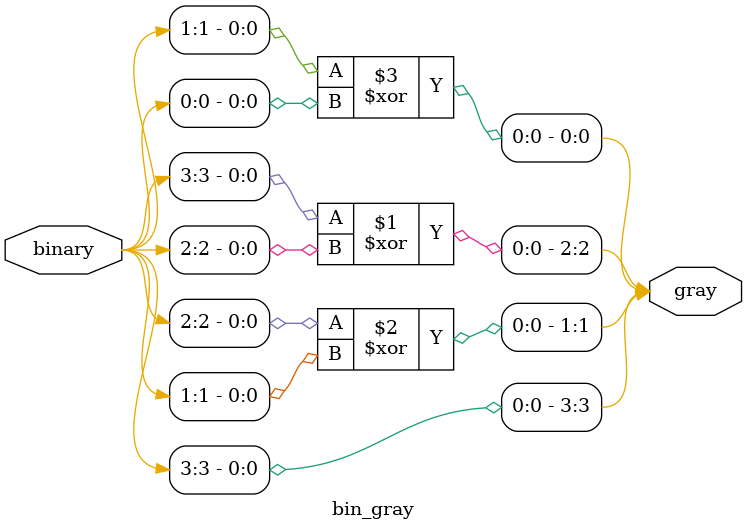
<source format=v>

module bin_gray (
    input [3:0] binary, // 4-bit binary input
    output [3:0] gray   // 4-bit gray code output
);

    assign gray[3] = binary[3]; // MSB is the same
    assign gray[2] = binary[3] ^ binary[2];
    assign gray[1] = binary[2] ^ binary[1];
    assign gray[0] = binary[1] ^ binary[0];

endmodule

</source>
